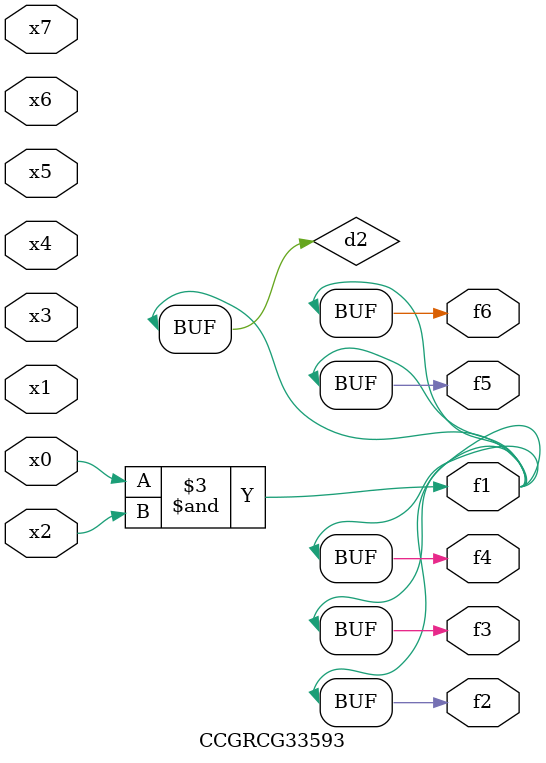
<source format=v>
module CCGRCG33593(
	input x0, x1, x2, x3, x4, x5, x6, x7,
	output f1, f2, f3, f4, f5, f6
);

	wire d1, d2;

	nor (d1, x3, x6);
	and (d2, x0, x2);
	assign f1 = d2;
	assign f2 = d2;
	assign f3 = d2;
	assign f4 = d2;
	assign f5 = d2;
	assign f6 = d2;
endmodule

</source>
